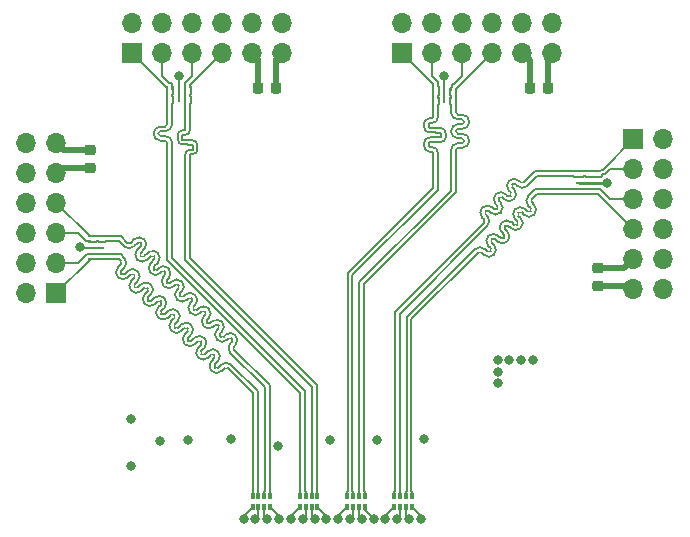
<source format=gbr>
G04 #@! TF.GenerationSoftware,KiCad,Pcbnew,6.0.7-1.fc35*
G04 #@! TF.CreationDate,2022-09-05T19:11:37-05:00*
G04 #@! TF.ProjectId,pmod-adapter,706d6f64-2d61-4646-9170-7465722e6b69,rev?*
G04 #@! TF.SameCoordinates,Original*
G04 #@! TF.FileFunction,Copper,L1,Top*
G04 #@! TF.FilePolarity,Positive*
%FSLAX46Y46*%
G04 Gerber Fmt 4.6, Leading zero omitted, Abs format (unit mm)*
G04 Created by KiCad (PCBNEW 6.0.7-1.fc35) date 2022-09-05 19:11:37*
%MOMM*%
%LPD*%
G01*
G04 APERTURE LIST*
G04 Aperture macros list*
%AMRoundRect*
0 Rectangle with rounded corners*
0 $1 Rounding radius*
0 $2 $3 $4 $5 $6 $7 $8 $9 X,Y pos of 4 corners*
0 Add a 4 corners polygon primitive as box body*
4,1,4,$2,$3,$4,$5,$6,$7,$8,$9,$2,$3,0*
0 Add four circle primitives for the rounded corners*
1,1,$1+$1,$2,$3*
1,1,$1+$1,$4,$5*
1,1,$1+$1,$6,$7*
1,1,$1+$1,$8,$9*
0 Add four rect primitives between the rounded corners*
20,1,$1+$1,$2,$3,$4,$5,0*
20,1,$1+$1,$4,$5,$6,$7,0*
20,1,$1+$1,$6,$7,$8,$9,0*
20,1,$1+$1,$8,$9,$2,$3,0*%
G04 Aperture macros list end*
G04 #@! TA.AperFunction,SMDPad,CuDef*
%ADD10R,0.400000X0.500000*%
G04 #@! TD*
G04 #@! TA.AperFunction,SMDPad,CuDef*
%ADD11R,0.300000X0.500000*%
G04 #@! TD*
G04 #@! TA.AperFunction,SMDPad,CuDef*
%ADD12R,0.200000X0.475000*%
G04 #@! TD*
G04 #@! TA.AperFunction,ComponentPad*
%ADD13R,1.700000X1.700000*%
G04 #@! TD*
G04 #@! TA.AperFunction,ComponentPad*
%ADD14O,1.700000X1.700000*%
G04 #@! TD*
G04 #@! TA.AperFunction,SMDPad,CuDef*
%ADD15R,0.475000X0.200000*%
G04 #@! TD*
G04 #@! TA.AperFunction,SMDPad,CuDef*
%ADD16RoundRect,0.225000X0.225000X0.250000X-0.225000X0.250000X-0.225000X-0.250000X0.225000X-0.250000X0*%
G04 #@! TD*
G04 #@! TA.AperFunction,SMDPad,CuDef*
%ADD17RoundRect,0.225000X-0.250000X0.225000X-0.250000X-0.225000X0.250000X-0.225000X0.250000X0.225000X0*%
G04 #@! TD*
G04 #@! TA.AperFunction,SMDPad,CuDef*
%ADD18RoundRect,0.225000X0.250000X-0.225000X0.250000X0.225000X-0.250000X0.225000X-0.250000X-0.225000X0*%
G04 #@! TD*
G04 #@! TA.AperFunction,ViaPad*
%ADD19C,0.800000*%
G04 #@! TD*
G04 #@! TA.AperFunction,Conductor*
%ADD20C,0.500000*%
G04 #@! TD*
G04 #@! TA.AperFunction,Conductor*
%ADD21C,0.150000*%
G04 #@! TD*
G04 #@! TA.AperFunction,Conductor*
%ADD22C,0.220000*%
G04 #@! TD*
G04 #@! TA.AperFunction,Conductor*
%ADD23C,0.200000*%
G04 #@! TD*
G04 APERTURE END LIST*
D10*
G04 #@! TO.P,RN8,1,R1.1*
G04 #@! TO.N,Net-(J5-Pad61)*
X114750000Y-101500000D03*
D11*
G04 #@! TO.P,RN8,2,R2.1*
G04 #@! TO.N,Net-(J5-Pad59)*
X115250000Y-101500000D03*
G04 #@! TO.P,RN8,3,R3.1*
G04 #@! TO.N,Net-(J5-Pad57)*
X115750000Y-101500000D03*
D10*
G04 #@! TO.P,RN8,4,R4.1*
G04 #@! TO.N,Net-(J5-Pad55)*
X116250000Y-101500000D03*
G04 #@! TO.P,RN8,5,R4.2*
G04 #@! TO.N,/PIN_D26 P*
X116250000Y-100500000D03*
D11*
G04 #@! TO.P,RN8,6,R3.2*
G04 #@! TO.N,/PIN_D26 N*
X115750000Y-100500000D03*
G04 #@! TO.P,RN8,7,R2.2*
G04 #@! TO.N,/PIN_A23 P*
X115250000Y-100500000D03*
D10*
G04 #@! TO.P,RN8,8,R1.2*
G04 #@! TO.N,/PIN_A23 N*
X114750000Y-100500000D03*
G04 #@! TD*
D12*
G04 #@! TO.P,D6,1,K1*
G04 #@! TO.N,/PIN_G25 P*
X109500000Y-66887500D03*
X109500000Y-66112500D03*
G04 #@! TO.P,D6,2,A*
G04 #@! TO.N,GND*
X108500000Y-66112500D03*
G04 #@! TO.P,D6,3,K2*
G04 #@! TO.N,/PIN_G25 N*
X109000000Y-66112500D03*
X109000000Y-66887500D03*
G04 #@! TO.P,D6,4,K3*
G04 #@! TO.N,/PIN_F25 P*
X108000000Y-66887500D03*
X108000000Y-66112500D03*
G04 #@! TO.P,D6,5,A*
G04 #@! TO.N,GND*
X108500000Y-66887500D03*
G04 #@! TO.P,D6,6,K4*
G04 #@! TO.N,/PIN_F25 N*
X107500000Y-66887500D03*
X107500000Y-66112500D03*
G04 #@! TD*
D13*
G04 #@! TO.P,J1,1,Pin_1*
G04 #@! TO.N,/PIN_N19 N*
X147000000Y-70300000D03*
D14*
G04 #@! TO.P,J1,2,Pin_2*
G04 #@! TO.N,/PIN_N19 P*
X147000000Y-72840000D03*
G04 #@! TO.P,J1,3,Pin_3*
G04 #@! TO.N,/PIN_L22 N*
X147000000Y-75380000D03*
G04 #@! TO.P,J1,4,Pin_4*
G04 #@! TO.N,/PIN_L22 P*
X147000000Y-77920000D03*
G04 #@! TO.P,J1,5,Pin_5*
G04 #@! TO.N,GND*
X147000000Y-80460000D03*
G04 #@! TO.P,J1,6,Pin_6*
G04 #@! TO.N,+3.3V*
X147000000Y-83000000D03*
G04 #@! TO.P,J1,7,Pin_7*
G04 #@! TO.N,/PIN_J24 N*
X149540000Y-70300000D03*
G04 #@! TO.P,J1,8,Pin_8*
G04 #@! TO.N,/PIN_J24 P*
X149540000Y-72840000D03*
G04 #@! TO.P,J1,9,Pin_9*
G04 #@! TO.N,/PIN_M24 N*
X149540000Y-75380000D03*
G04 #@! TO.P,J1,10,Pin_10*
G04 #@! TO.N,/PIN_M24 P*
X149540000Y-77920000D03*
G04 #@! TO.P,J1,11,Pin_11*
G04 #@! TO.N,GND*
X149540000Y-80460000D03*
G04 #@! TO.P,J1,12,Pin_12*
G04 #@! TO.N,+3.3V*
X149540000Y-83000000D03*
G04 #@! TD*
D10*
G04 #@! TO.P,RN7,1,R1.1*
G04 #@! TO.N,Net-(J5-Pad51)*
X118750000Y-101500000D03*
D11*
G04 #@! TO.P,RN7,2,R2.1*
G04 #@! TO.N,Net-(J5-Pad49)*
X119250000Y-101500000D03*
G04 #@! TO.P,RN7,3,R3.1*
G04 #@! TO.N,Net-(J5-Pad47)*
X119750000Y-101500000D03*
D10*
G04 #@! TO.P,RN7,4,R4.1*
G04 #@! TO.N,Net-(J5-Pad45)*
X120250000Y-101500000D03*
G04 #@! TO.P,RN7,5,R4.2*
G04 #@! TO.N,/PIN_G25 P*
X120250000Y-100500000D03*
D11*
G04 #@! TO.P,RN7,6,R3.2*
G04 #@! TO.N,/PIN_G25 N*
X119750000Y-100500000D03*
G04 #@! TO.P,RN7,7,R2.2*
G04 #@! TO.N,/PIN_F25 P*
X119250000Y-100500000D03*
D10*
G04 #@! TO.P,RN7,8,R1.2*
G04 #@! TO.N,/PIN_F25 N*
X118750000Y-100500000D03*
G04 #@! TD*
D13*
G04 #@! TO.P,J2,1,Pin_1*
G04 #@! TO.N,/PIN_J26 N*
X127430000Y-63000000D03*
D14*
G04 #@! TO.P,J2,2,Pin_2*
G04 #@! TO.N,/PIN_J26 P*
X129970000Y-63000000D03*
G04 #@! TO.P,J2,3,Pin_3*
G04 #@! TO.N,/PIN_J21 N*
X132510000Y-63000000D03*
G04 #@! TO.P,J2,4,Pin_4*
G04 #@! TO.N,/PIN_J21 P*
X135050000Y-63000000D03*
G04 #@! TO.P,J2,5,Pin_5*
G04 #@! TO.N,GND*
X137590000Y-63000000D03*
G04 #@! TO.P,J2,6,Pin_6*
G04 #@! TO.N,+3.3V*
X140130000Y-63000000D03*
G04 #@! TO.P,J2,7,Pin_7*
G04 #@! TO.N,/PIN_E21 N*
X127430000Y-60460000D03*
G04 #@! TO.P,J2,8,Pin_8*
G04 #@! TO.N,/PIN_E21 P*
X129970000Y-60460000D03*
G04 #@! TO.P,J2,9,Pin_9*
G04 #@! TO.N,/PIN_H21 N*
X132510000Y-60460000D03*
G04 #@! TO.P,J2,10,Pin_10*
G04 #@! TO.N,/PIN_H21 P*
X135050000Y-60460000D03*
G04 #@! TO.P,J2,11,Pin_11*
G04 #@! TO.N,GND*
X137590000Y-60460000D03*
G04 #@! TO.P,J2,12,Pin_12*
G04 #@! TO.N,+3.3V*
X140130000Y-60460000D03*
G04 #@! TD*
D15*
G04 #@! TO.P,D2,1,K1*
G04 #@! TO.N,/PIN_L22 P*
X142356251Y-75000000D03*
X143131251Y-75000000D03*
G04 #@! TO.P,D2,2,A*
G04 #@! TO.N,GND*
X143131251Y-74000000D03*
G04 #@! TO.P,D2,3,K2*
G04 #@! TO.N,/PIN_L22 N*
X143131251Y-74500000D03*
X142356251Y-74500000D03*
G04 #@! TO.P,D2,4,K3*
G04 #@! TO.N,/PIN_N19 P*
X142356251Y-73500000D03*
X143131251Y-73500000D03*
G04 #@! TO.P,D2,5,A*
G04 #@! TO.N,GND*
X142356251Y-74000000D03*
G04 #@! TO.P,D2,6,K4*
G04 #@! TO.N,/PIN_N19 N*
X143131251Y-73000000D03*
X142356251Y-73000000D03*
G04 #@! TD*
D13*
G04 #@! TO.P,J3,1,Pin_1*
G04 #@! TO.N,/PIN_F25 N*
X104570000Y-63000000D03*
D14*
G04 #@! TO.P,J3,2,Pin_2*
G04 #@! TO.N,/PIN_F25 P*
X107110000Y-63000000D03*
G04 #@! TO.P,J3,3,Pin_3*
G04 #@! TO.N,/PIN_G25 N*
X109650000Y-63000000D03*
G04 #@! TO.P,J3,4,Pin_4*
G04 #@! TO.N,/PIN_G25 P*
X112190000Y-63000000D03*
G04 #@! TO.P,J3,5,Pin_5*
G04 #@! TO.N,GND*
X114730000Y-63000000D03*
G04 #@! TO.P,J3,6,Pin_6*
G04 #@! TO.N,+3.3V*
X117270000Y-63000000D03*
G04 #@! TO.P,J3,7,Pin_7*
G04 #@! TO.N,/PIN_E25 N*
X104570000Y-60460000D03*
G04 #@! TO.P,J3,8,Pin_8*
G04 #@! TO.N,/PIN_E25 P*
X107110000Y-60460000D03*
G04 #@! TO.P,J3,9,Pin_9*
G04 #@! TO.N,/PIN_G22 N*
X109650000Y-60460000D03*
G04 #@! TO.P,J3,10,Pin_10*
G04 #@! TO.N,/PIN_G22 P*
X112190000Y-60460000D03*
G04 #@! TO.P,J3,11,Pin_11*
G04 #@! TO.N,GND*
X114730000Y-60460000D03*
G04 #@! TO.P,J3,12,Pin_12*
G04 #@! TO.N,+3.3V*
X117270000Y-60460000D03*
G04 #@! TD*
D16*
G04 #@! TO.P,C3,1*
G04 #@! TO.N,+3.3V*
X116775000Y-66000000D03*
G04 #@! TO.P,C3,2*
G04 #@! TO.N,GND*
X115225000Y-66000000D03*
G04 #@! TD*
G04 #@! TO.P,C2,1*
G04 #@! TO.N,+3.3V*
X139775000Y-66000000D03*
G04 #@! TO.P,C2,2*
G04 #@! TO.N,GND*
X138225000Y-66000000D03*
G04 #@! TD*
D17*
G04 #@! TO.P,C4,1*
G04 #@! TO.N,+3.3V*
X101000000Y-71225000D03*
G04 #@! TO.P,C4,2*
G04 #@! TO.N,GND*
X101000000Y-72775000D03*
G04 #@! TD*
D13*
G04 #@! TO.P,J4,1,Pin_1*
G04 #@! TO.N,/PIN_A23 N*
X98150000Y-83350000D03*
D14*
G04 #@! TO.P,J4,2,Pin_2*
G04 #@! TO.N,/PIN_A23 P*
X98150000Y-80810000D03*
G04 #@! TO.P,J4,3,Pin_3*
G04 #@! TO.N,/PIN_D26 N*
X98150000Y-78270000D03*
G04 #@! TO.P,J4,4,Pin_4*
G04 #@! TO.N,/PIN_D26 P*
X98150000Y-75730000D03*
G04 #@! TO.P,J4,5,Pin_5*
G04 #@! TO.N,GND*
X98150000Y-73190000D03*
G04 #@! TO.P,J4,6,Pin_6*
G04 #@! TO.N,+3.3V*
X98150000Y-70650000D03*
G04 #@! TO.P,J4,7,Pin_7*
G04 #@! TO.N,/PIN_F22 N*
X95610000Y-83350000D03*
G04 #@! TO.P,J4,8,Pin_8*
G04 #@! TO.N,/PIN_F22 P*
X95610000Y-80810000D03*
G04 #@! TO.P,J4,9,Pin_9*
G04 #@! TO.N,/PIN_D23 N*
X95610000Y-78270000D03*
G04 #@! TO.P,J4,10,Pin_10*
G04 #@! TO.N,/PIN_D23 P*
X95610000Y-75730000D03*
G04 #@! TO.P,J4,11,Pin_11*
G04 #@! TO.N,GND*
X95610000Y-73190000D03*
G04 #@! TO.P,J4,12,Pin_12*
G04 #@! TO.N,+3.3V*
X95610000Y-70650000D03*
G04 #@! TD*
D12*
G04 #@! TO.P,D4,1,K1*
G04 #@! TO.N,/PIN_J21 P*
X132000000Y-66225000D03*
X132000000Y-67000000D03*
G04 #@! TO.P,D4,2,A*
G04 #@! TO.N,GND*
X131000000Y-66225000D03*
G04 #@! TO.P,D4,3,K2*
G04 #@! TO.N,/PIN_J21 N*
X131500000Y-67000000D03*
X131500000Y-66225000D03*
G04 #@! TO.P,D4,4,K3*
G04 #@! TO.N,/PIN_J26 P*
X130500000Y-67000000D03*
X130500000Y-66225000D03*
G04 #@! TO.P,D4,5,A*
G04 #@! TO.N,GND*
X131000000Y-67000000D03*
G04 #@! TO.P,D4,6,K4*
G04 #@! TO.N,/PIN_J26 N*
X130000000Y-66225000D03*
X130000000Y-67000000D03*
G04 #@! TD*
D10*
G04 #@! TO.P,RN6,1,R1.1*
G04 #@! TO.N,Net-(J5-Pad41)*
X122750000Y-101500000D03*
D11*
G04 #@! TO.P,RN6,2,R2.1*
G04 #@! TO.N,Net-(J5-Pad39)*
X123250000Y-101500000D03*
G04 #@! TO.P,RN6,3,R3.1*
G04 #@! TO.N,Net-(J5-Pad37)*
X123750000Y-101500000D03*
D10*
G04 #@! TO.P,RN6,4,R4.1*
G04 #@! TO.N,Net-(J5-Pad35)*
X124250000Y-101500000D03*
G04 #@! TO.P,RN6,5,R4.2*
G04 #@! TO.N,/PIN_J21 P*
X124250000Y-100500000D03*
D11*
G04 #@! TO.P,RN6,6,R3.2*
G04 #@! TO.N,/PIN_J21 N*
X123750000Y-100500000D03*
G04 #@! TO.P,RN6,7,R2.2*
G04 #@! TO.N,/PIN_J26 P*
X123250000Y-100500000D03*
D10*
G04 #@! TO.P,RN6,8,R1.2*
G04 #@! TO.N,/PIN_J26 N*
X122750000Y-100500000D03*
G04 #@! TD*
D18*
G04 #@! TO.P,C1,1*
G04 #@! TO.N,+3.3V*
X144000000Y-82775000D03*
G04 #@! TO.P,C1,2*
G04 #@! TO.N,GND*
X144000000Y-81225000D03*
G04 #@! TD*
D10*
G04 #@! TO.P,RN5,1,R1.1*
G04 #@! TO.N,Net-(J5-Pad31)*
X126750000Y-101500000D03*
D11*
G04 #@! TO.P,RN5,2,R2.1*
G04 #@! TO.N,Net-(J5-Pad29)*
X127250000Y-101500000D03*
G04 #@! TO.P,RN5,3,R3.1*
G04 #@! TO.N,Net-(J5-Pad27)*
X127750000Y-101500000D03*
D10*
G04 #@! TO.P,RN5,4,R4.1*
G04 #@! TO.N,Net-(J5-Pad25)*
X128250000Y-101500000D03*
G04 #@! TO.P,RN5,5,R4.2*
G04 #@! TO.N,/PIN_L22 P*
X128250000Y-100500000D03*
D11*
G04 #@! TO.P,RN5,6,R3.2*
G04 #@! TO.N,/PIN_L22 N*
X127750000Y-100500000D03*
G04 #@! TO.P,RN5,7,R2.2*
G04 #@! TO.N,/PIN_N19 P*
X127250000Y-100500000D03*
D10*
G04 #@! TO.P,RN5,8,R1.2*
G04 #@! TO.N,/PIN_N19 N*
X126750000Y-100500000D03*
G04 #@! TD*
D15*
G04 #@! TO.P,D8,1,K1*
G04 #@! TO.N,/PIN_D26 P*
X101112500Y-78500000D03*
X101887500Y-78500000D03*
G04 #@! TO.P,D8,2,A*
G04 #@! TO.N,GND*
X101112500Y-79500000D03*
G04 #@! TO.P,D8,3,K2*
G04 #@! TO.N,/PIN_D26 N*
X101112500Y-79000000D03*
X101887500Y-79000000D03*
G04 #@! TO.P,D8,4,K3*
G04 #@! TO.N,/PIN_A23 P*
X101112500Y-80000000D03*
X101887500Y-80000000D03*
G04 #@! TO.P,D8,5,A*
G04 #@! TO.N,GND*
X101887500Y-79500000D03*
G04 #@! TO.P,D8,6,K4*
G04 #@! TO.N,/PIN_A23 N*
X101887500Y-80500000D03*
X101112500Y-80500000D03*
G04 #@! TD*
D19*
G04 #@! TO.N,GND*
X137500000Y-89000000D03*
X100126928Y-79472519D03*
X136500000Y-89000000D03*
X135500000Y-91000000D03*
X129300000Y-95700000D03*
X125300000Y-95800000D03*
X135500000Y-89000000D03*
X104500000Y-94000000D03*
X138500000Y-89000000D03*
X121300000Y-95800000D03*
X109300000Y-95800000D03*
X108500000Y-65000000D03*
X106900000Y-95900000D03*
X116924500Y-96276944D03*
X131000000Y-65000000D03*
X135500000Y-90000000D03*
X144750000Y-74000000D03*
X112960806Y-95664694D03*
X104500000Y-98000000D03*
G04 #@! TO.N,Net-(J5-Pad61)*
X114000000Y-102500000D03*
G04 #@! TO.N,Net-(J5-Pad59)*
X115000000Y-102500000D03*
G04 #@! TO.N,Net-(J5-Pad57)*
X116000000Y-102500000D03*
G04 #@! TO.N,Net-(J5-Pad55)*
X117000000Y-102500000D03*
G04 #@! TO.N,Net-(J5-Pad51)*
X118000000Y-102500000D03*
G04 #@! TO.N,Net-(J5-Pad49)*
X119000000Y-102500000D03*
G04 #@! TO.N,Net-(J5-Pad47)*
X120000000Y-102500000D03*
G04 #@! TO.N,Net-(J5-Pad45)*
X121000000Y-102500000D03*
G04 #@! TO.N,Net-(J5-Pad41)*
X122000000Y-102500000D03*
G04 #@! TO.N,Net-(J5-Pad39)*
X123000000Y-102500000D03*
G04 #@! TO.N,Net-(J5-Pad37)*
X123999317Y-102519245D03*
G04 #@! TO.N,Net-(J5-Pad35)*
X124998289Y-102486691D03*
G04 #@! TO.N,Net-(J5-Pad31)*
X126000000Y-102500000D03*
G04 #@! TO.N,Net-(J5-Pad29)*
X127000000Y-102500000D03*
G04 #@! TO.N,Net-(J5-Pad27)*
X128000000Y-102500000D03*
G04 #@! TO.N,Net-(J5-Pad25)*
X129000000Y-102500000D03*
G04 #@! TD*
D20*
G04 #@! TO.N,+3.3V*
X139775000Y-63355000D02*
X140130000Y-63000000D01*
X116775000Y-66000000D02*
X116775000Y-63495000D01*
X98725000Y-71225000D02*
X98150000Y-70650000D01*
X101000000Y-71225000D02*
X98725000Y-71225000D01*
X146775000Y-82775000D02*
X147000000Y-83000000D01*
X139775000Y-66000000D02*
X139775000Y-63355000D01*
X116775000Y-63495000D02*
X117270000Y-63000000D01*
X144000000Y-82775000D02*
X146775000Y-82775000D01*
G04 #@! TO.N,GND*
X101000000Y-72775000D02*
X98565000Y-72775000D01*
D21*
X101112500Y-79500000D02*
X100154409Y-79500000D01*
D20*
X138225000Y-63635000D02*
X137590000Y-63000000D01*
D21*
X101112500Y-79500000D02*
X101887500Y-79500000D01*
D20*
X98565000Y-72775000D02*
X98150000Y-73190000D01*
D21*
X108500000Y-66112500D02*
X108500000Y-65000000D01*
D22*
X142356251Y-74000000D02*
X143131251Y-74000000D01*
D21*
X100154409Y-79500000D02*
X100126928Y-79472519D01*
D20*
X138225000Y-66000000D02*
X138225000Y-63635000D01*
X115225000Y-63495000D02*
X114730000Y-63000000D01*
D21*
X131000000Y-66225000D02*
X131000000Y-65000000D01*
D20*
X144000000Y-81225000D02*
X146235000Y-81225000D01*
D21*
X131000000Y-67000000D02*
X131000000Y-66225000D01*
D22*
X143131251Y-74000000D02*
X144750000Y-74000000D01*
D20*
X115225000Y-66000000D02*
X115225000Y-63495000D01*
D21*
X108500000Y-66887500D02*
X108500000Y-66112500D01*
D20*
X146235000Y-81225000D02*
X147000000Y-80460000D01*
D23*
G04 #@! TO.N,/PIN_N19 P*
X135620696Y-75256370D02*
X135620697Y-75256369D01*
X144565186Y-73300500D02*
X145025686Y-72840000D01*
X136747848Y-74407841D02*
X136747847Y-74407840D01*
X134909371Y-76529163D02*
X134767948Y-76387740D01*
X136747847Y-74407840D02*
X136889269Y-74549262D01*
X134622308Y-77660534D02*
X127200000Y-85082844D01*
X143131251Y-73500000D02*
X142993751Y-73500000D01*
X127250000Y-100124999D02*
X127250000Y-100500000D01*
X127200000Y-85082844D02*
X127200000Y-100074999D01*
X135620697Y-75256369D02*
X135616476Y-75260589D01*
X136040742Y-75397792D02*
X135899319Y-75256369D01*
X134489325Y-76387741D02*
X134489326Y-76387740D01*
X134485106Y-76670583D02*
X134485105Y-76670582D01*
X136752067Y-74124999D02*
X136752068Y-74124998D01*
X135757898Y-76524941D02*
X135753679Y-76529163D01*
X145025686Y-72840000D02*
X147000000Y-72840000D01*
X142000000Y-73500000D02*
X141950000Y-73450000D01*
X137172113Y-74266421D02*
X137030690Y-74124998D01*
X134489326Y-76387740D02*
X134485105Y-76391960D01*
X136752068Y-74124998D02*
X136747847Y-74129218D01*
X142993751Y-73500000D02*
X142943751Y-73450000D01*
X136889269Y-75393570D02*
X136885050Y-75397792D01*
X142356251Y-73500000D02*
X142000000Y-73500000D01*
X135616477Y-75539212D02*
X135616476Y-75539211D01*
X142762502Y-73450000D02*
X142712502Y-73500000D01*
X134485105Y-76670582D02*
X134626527Y-76812004D01*
X143131251Y-73500000D02*
X144260757Y-73500000D01*
X144460257Y-73300500D02*
X144565186Y-73300500D01*
X142943751Y-73450000D02*
X142762502Y-73450000D01*
X144260757Y-73500000D02*
X144460257Y-73300500D01*
X138832844Y-73450000D02*
X138016421Y-74266421D01*
X135616476Y-75539211D02*
X135757898Y-75680633D01*
X142712502Y-73500000D02*
X142356251Y-73500000D01*
X127200000Y-100074999D02*
X127250000Y-100124999D01*
X134626527Y-77656312D02*
X134622308Y-77660534D01*
X141950000Y-73450000D02*
X138832844Y-73450000D01*
X135616477Y-75539212D02*
G75*
G02*
X135616476Y-75260589I139323J139312D01*
G01*
X136040743Y-75397791D02*
G75*
G03*
X136885049Y-75397791I422153J422153D01*
G01*
X137172114Y-74266420D02*
G75*
G03*
X138016420Y-74266420I422153J422153D01*
G01*
X134626569Y-77656354D02*
G75*
G03*
X134626527Y-76812004I-422169J422154D01*
G01*
X136747877Y-74407812D02*
G75*
G02*
X136747847Y-74129218I139323J139312D01*
G01*
X136889253Y-75393554D02*
G75*
G03*
X136889269Y-74549262I-422153J422154D01*
G01*
X135757911Y-76524954D02*
G75*
G03*
X135757898Y-75680633I-422211J422154D01*
G01*
X136752088Y-74125020D02*
G75*
G02*
X137030690Y-74124998I139312J-139280D01*
G01*
X135620688Y-75256362D02*
G75*
G02*
X135899319Y-75256369I139312J-139338D01*
G01*
X134909372Y-76529162D02*
G75*
G03*
X135753678Y-76529162I422153J422153D01*
G01*
X134485077Y-76670612D02*
G75*
G02*
X134485105Y-76391960I139323J139312D01*
G01*
X134489288Y-76387704D02*
G75*
G02*
X134767948Y-76387740I139312J-139396D01*
G01*
G04 #@! TO.N,/PIN_L22 N*
X134714468Y-78502692D02*
X134714466Y-78502692D01*
X136037209Y-78694065D02*
X136037210Y-78694064D01*
X143131251Y-74500000D02*
X143487502Y-74500000D01*
X142712502Y-74500000D02*
X142356251Y-74500000D01*
X138667156Y-74550000D02*
X138108579Y-75108579D01*
X135754368Y-78694064D02*
X135562996Y-78502692D01*
X142993751Y-74500000D02*
X142943751Y-74550000D01*
X136977210Y-76239950D02*
X136977208Y-76239950D01*
X127800000Y-100074999D02*
X127750000Y-100124999D01*
X127750000Y-100124999D02*
X127750000Y-100500000D01*
X127800000Y-85417156D02*
X127800000Y-100074999D01*
X138017110Y-76431322D02*
X137825738Y-76239950D01*
X134622997Y-79825435D02*
X134431625Y-79634063D01*
X135845839Y-77371321D02*
X135845837Y-77371321D01*
X136885739Y-77562693D02*
X136694367Y-77371321D01*
X136977208Y-77088478D02*
X137168581Y-77279851D01*
X137168580Y-77562694D02*
X137168581Y-77562693D01*
X141950000Y-74550000D02*
X138667156Y-74550000D01*
X144195686Y-74550000D02*
X145025686Y-75380000D01*
X143131251Y-74500000D02*
X142993751Y-74500000D01*
X145025686Y-75380000D02*
X147000000Y-75380000D01*
X138299951Y-76431323D02*
X138299952Y-76431322D01*
X134714466Y-79351220D02*
X134905839Y-79542593D01*
X135845837Y-78219849D02*
X136037210Y-78411222D01*
X143487502Y-74500000D02*
X143537502Y-74550000D01*
X138108579Y-75957107D02*
X138299952Y-76148480D01*
X142943751Y-74550000D02*
X142762502Y-74550000D01*
X133583097Y-79634063D02*
X133583095Y-79634063D01*
X133583095Y-79634063D02*
X127800000Y-85417156D01*
X142000000Y-74500000D02*
X141950000Y-74550000D01*
X143537502Y-74550000D02*
X144195686Y-74550000D01*
X142762502Y-74550000D02*
X142712502Y-74500000D01*
X134905838Y-79825436D02*
X134905839Y-79825435D01*
X142356251Y-74500000D02*
X142000000Y-74500000D01*
X135754368Y-78694064D02*
G75*
G03*
X136037210Y-78694064I141421J141419D01*
G01*
X136037166Y-78694022D02*
G75*
G03*
X136037210Y-78411222I-141366J141422D01*
G01*
X133583098Y-79634064D02*
G75*
G02*
X134431624Y-79634064I424263J-424263D01*
G01*
X138017110Y-76431322D02*
G75*
G03*
X138299952Y-76431322I141421J141419D01*
G01*
X138299949Y-76431321D02*
G75*
G03*
X138299951Y-76148481I-141449J141421D01*
G01*
X134714423Y-79351263D02*
G75*
G02*
X134714467Y-78502693I424277J424263D01*
G01*
X138108622Y-75957064D02*
G75*
G02*
X138108579Y-75108579I424178J424264D01*
G01*
X134622997Y-79825435D02*
G75*
G03*
X134905839Y-79825435I141421J141419D01*
G01*
X134714469Y-78502693D02*
G75*
G02*
X135562995Y-78502693I424263J-424263D01*
G01*
X135845840Y-77371322D02*
G75*
G02*
X136694366Y-77371322I424263J-424263D01*
G01*
X136977211Y-76239951D02*
G75*
G02*
X137825737Y-76239951I424263J-424263D01*
G01*
X136977223Y-77088463D02*
G75*
G02*
X136977209Y-76239951I424277J424263D01*
G01*
X134905824Y-79825422D02*
G75*
G03*
X134905839Y-79542593I-141424J141422D01*
G01*
X137168608Y-77562722D02*
G75*
G03*
X137168581Y-77279851I-141408J141422D01*
G01*
X136885739Y-77562693D02*
G75*
G03*
X137168581Y-77562693I141421J141419D01*
G01*
X135845823Y-78219863D02*
G75*
G02*
X135845838Y-77371322I424277J424263D01*
G01*
G04 #@! TO.N,/PIN_G25 P*
X109450000Y-65925000D02*
X109450000Y-65740000D01*
X120200000Y-100074999D02*
X120250000Y-100124999D01*
X109450000Y-67293751D02*
X109450000Y-69550000D01*
X108832863Y-70367137D02*
X109032863Y-70367137D01*
X109450000Y-66700000D02*
X109450000Y-66518751D01*
X109450000Y-72116003D02*
X109450000Y-80417156D01*
X109250000Y-70367137D02*
X109250000Y-70400000D01*
X109032863Y-70367137D02*
X109250000Y-70367137D01*
X109450000Y-66518751D02*
X109500000Y-66468751D01*
X109500000Y-66887500D02*
X109500000Y-66750000D01*
X109450000Y-80417156D02*
X120200000Y-91167156D01*
X109450000Y-71617137D02*
X109450000Y-72116003D01*
X120250000Y-100124999D02*
X120250000Y-100500000D01*
X109032863Y-69967137D02*
X108832863Y-69967137D01*
X109500000Y-66887500D02*
X109500000Y-67243751D01*
X109500000Y-66750000D02*
X109450000Y-66700000D01*
X109500000Y-66112500D02*
X109500000Y-65975000D01*
X120200000Y-91167156D02*
X120200000Y-100074999D01*
X109500000Y-67243751D02*
X109450000Y-67293751D01*
X108815726Y-69984274D02*
X108815726Y-70350000D01*
X109500000Y-66468751D02*
X109500000Y-66112500D01*
X109500000Y-65975000D02*
X109450000Y-65925000D01*
X109667137Y-71600000D02*
X109467137Y-71600000D01*
X110084274Y-70817137D02*
X110084274Y-71182863D01*
X109250000Y-70400000D02*
X109667137Y-70400000D01*
X109450000Y-65740000D02*
X112190000Y-63000000D01*
X110084200Y-70817137D02*
G75*
G03*
X109667137Y-70400000I-417100J37D01*
G01*
X108815737Y-69984274D02*
G75*
G02*
X108832863Y-69967137I17163J-26D01*
G01*
X109667137Y-71600074D02*
G75*
G03*
X110084274Y-71182863I-37J417174D01*
G01*
X109450000Y-71617137D02*
G75*
G02*
X109467137Y-71600000I17100J37D01*
G01*
X108832863Y-70367174D02*
G75*
G02*
X108815726Y-70350000I37J17174D01*
G01*
X109032863Y-69967100D02*
G75*
G03*
X109450000Y-69550000I37J417100D01*
G01*
G04 #@! TO.N,/PIN_A23 P*
X107033843Y-85135747D02*
X107033842Y-85135747D01*
X105902473Y-84004377D02*
X105902472Y-84004377D01*
X107285530Y-83752688D02*
X107285532Y-83752689D01*
X108165213Y-86267117D02*
X108165212Y-86267117D01*
X108448054Y-86267117D02*
X108699742Y-86015428D01*
X111842164Y-89661227D02*
X112093852Y-89409538D01*
X107316684Y-85135747D02*
X107568372Y-84884058D01*
X111811011Y-89126696D02*
X111559322Y-89378384D01*
X100746102Y-80050000D02*
X99986102Y-80810000D01*
X103639733Y-81741637D02*
X103639732Y-81741637D01*
X106185315Y-84004376D02*
X106185314Y-84004377D01*
X109548272Y-86015429D02*
X109548271Y-86015428D01*
X104771103Y-82873007D02*
X104771102Y-82873007D01*
X105053944Y-82873007D02*
X105305632Y-82621318D01*
X109579424Y-87398487D02*
X109831112Y-87146798D01*
X101062500Y-80050000D02*
X100746102Y-80050000D01*
X110679640Y-87146798D02*
X110679642Y-87146799D01*
X110427953Y-88529857D02*
X110427952Y-88529857D01*
X102243751Y-80000000D02*
X102293751Y-80050000D01*
X111811012Y-88278169D02*
X111811011Y-88278168D01*
X109548270Y-86015428D02*
X109548272Y-86015429D01*
X101468751Y-80000000D02*
X101112500Y-80000000D01*
X103891421Y-81207106D02*
X103639732Y-81458794D01*
X108416900Y-84884058D02*
X108416902Y-84884059D01*
X115200000Y-100074999D02*
X115250000Y-100124999D01*
X101887500Y-80000000D02*
X101750000Y-80000000D01*
X110710794Y-88529857D02*
X110962482Y-88278168D01*
X106154160Y-82621318D02*
X106154162Y-82621319D01*
X109548271Y-86863956D02*
X109296582Y-87115644D01*
X101750000Y-80000000D02*
X101700000Y-80050000D01*
X108448055Y-86267116D02*
X108448054Y-86267117D01*
X101887500Y-80000000D02*
X102243751Y-80000000D01*
X111811010Y-88278168D02*
X111811012Y-88278169D01*
X103582844Y-80050000D02*
X103891421Y-80358578D01*
X105022792Y-81489949D02*
X105022791Y-81489948D01*
X101518751Y-80050000D02*
X101468751Y-80000000D01*
X109579425Y-87398486D02*
X109579424Y-87398487D01*
X115250000Y-100124999D02*
X115250000Y-100500000D01*
X108416901Y-85732586D02*
X108165212Y-85984274D01*
X106185314Y-84004377D02*
X106437002Y-83752688D01*
X111559323Y-89661227D02*
X111559322Y-89661227D01*
X105053945Y-82873006D02*
X105053944Y-82873007D01*
X110679641Y-87995326D02*
X110427952Y-88247014D01*
X101700000Y-80050000D02*
X101518751Y-80050000D01*
X99986102Y-80810000D02*
X98150000Y-80810000D01*
X109296583Y-87398487D02*
X109296582Y-87398487D01*
X103922575Y-81741636D02*
X103922574Y-81741637D01*
X108416902Y-84884059D02*
X108416901Y-84884058D01*
X115200000Y-91667156D02*
X115200000Y-100074999D01*
X106154161Y-83469846D02*
X105902472Y-83721534D01*
X101112500Y-80000000D02*
X101062500Y-80050000D01*
X105022790Y-81489948D02*
X105022792Y-81489949D01*
X112942380Y-89409538D02*
X112942382Y-89409539D01*
X106154162Y-82621319D02*
X106154161Y-82621318D01*
X102293751Y-80050000D02*
X103582844Y-80050000D01*
X110679642Y-87146799D02*
X110679641Y-87146798D01*
X112942382Y-89409539D02*
X115200000Y-91667156D01*
X107316685Y-85135746D02*
X107316684Y-85135747D01*
X110710795Y-88529856D02*
X110710794Y-88529857D01*
X103922574Y-81741637D02*
X104174262Y-81489948D01*
X107285532Y-83752689D02*
X107285531Y-83752688D01*
X111842165Y-89661226D02*
X111842164Y-89661227D01*
X105022791Y-82338476D02*
X104771102Y-82590164D01*
X107285531Y-84601216D02*
X107033842Y-84852904D01*
X107285579Y-84601264D02*
G75*
G03*
X107285531Y-83752688I-424279J424264D01*
G01*
X105053922Y-82872983D02*
G75*
G02*
X104771102Y-82873007I-141422J141383D01*
G01*
X105022789Y-81489949D02*
G75*
G03*
X104174263Y-81489949I-424263J-424263D01*
G01*
X108416899Y-84884059D02*
G75*
G03*
X107568373Y-84884059I-424263J-424263D01*
G01*
X108165208Y-86267122D02*
G75*
G02*
X108165212Y-85984274I141392J141422D01*
G01*
X110679679Y-87995364D02*
G75*
G03*
X110679641Y-87146798I-424279J424264D01*
G01*
X109548269Y-86015429D02*
G75*
G03*
X108699743Y-86015429I-424263J-424263D01*
G01*
X109548279Y-86863964D02*
G75*
G03*
X109548271Y-86015428I-424279J424264D01*
G01*
X107316722Y-85135783D02*
G75*
G02*
X107033842Y-85135747I-141422J141483D01*
G01*
X105022779Y-82338464D02*
G75*
G03*
X105022791Y-81489948I-424279J424264D01*
G01*
X110679639Y-87146799D02*
G75*
G03*
X109831113Y-87146799I-424263J-424263D01*
G01*
X103639748Y-81741622D02*
G75*
G02*
X103639732Y-81458794I141452J141422D01*
G01*
X109296548Y-87398522D02*
G75*
G02*
X109296582Y-87115644I141452J141422D01*
G01*
X111559328Y-89661222D02*
G75*
G02*
X111559322Y-89378384I141372J141422D01*
G01*
X107285529Y-83752689D02*
G75*
G03*
X106437003Y-83752689I-424263J-424263D01*
G01*
X112942379Y-89409539D02*
G75*
G03*
X112093853Y-89409539I-424263J-424263D01*
G01*
X108448022Y-86267083D02*
G75*
G02*
X108165212Y-86267117I-141422J141383D01*
G01*
X111810979Y-89126664D02*
G75*
G03*
X111811011Y-88278168I-424279J424264D01*
G01*
X111842122Y-89661183D02*
G75*
G02*
X111559322Y-89661227I-141422J141383D01*
G01*
X106154179Y-83469864D02*
G75*
G03*
X106154161Y-82621318I-424279J424264D01*
G01*
X110427989Y-88529821D02*
G75*
G02*
X110427953Y-88247015I141411J141421D01*
G01*
X104771089Y-82873021D02*
G75*
G02*
X104771103Y-82590165I141411J141421D01*
G01*
X103922622Y-81741683D02*
G75*
G02*
X103639732Y-81741637I-141422J141483D01*
G01*
X111811009Y-88278169D02*
G75*
G03*
X110962483Y-88278169I-424263J-424263D01*
G01*
X107033869Y-85135721D02*
G75*
G02*
X107033843Y-84852905I141431J141421D01*
G01*
X106154159Y-82621319D02*
G75*
G03*
X105305633Y-82621319I-424263J-424263D01*
G01*
X108416879Y-85732564D02*
G75*
G03*
X108416901Y-84884058I-424279J424264D01*
G01*
X103891378Y-81207063D02*
G75*
G03*
X103891420Y-80358579I-424178J424263D01*
G01*
X110710822Y-88529883D02*
G75*
G02*
X110427952Y-88529857I-141422J141483D01*
G01*
X105902428Y-84004422D02*
G75*
G02*
X105902472Y-83721534I141472J141422D01*
G01*
X106185322Y-84004383D02*
G75*
G02*
X105902472Y-84004377I-141422J141383D01*
G01*
X109579422Y-87398483D02*
G75*
G02*
X109296582Y-87398487I-141422J141383D01*
G01*
G04 #@! TO.N,/PIN_N19 N*
X144294778Y-72900999D02*
X144399001Y-72900999D01*
X136323584Y-75114949D02*
X136182161Y-74973526D01*
X135192214Y-76246320D02*
X135192213Y-76246320D01*
X135333632Y-75822054D02*
X135475054Y-75963476D01*
X141950000Y-73050000D02*
X138667156Y-73050000D01*
X137454956Y-73983578D02*
X137454955Y-73983578D01*
X134202262Y-76953426D02*
X134202261Y-76953425D01*
X134202261Y-76953425D02*
X134343683Y-77094847D01*
X142762502Y-73050000D02*
X142712502Y-73000000D01*
X135337853Y-74973526D02*
X135333632Y-74977746D01*
X142993751Y-73000000D02*
X142943751Y-73050000D01*
X137454955Y-73983578D02*
X137313532Y-73842155D01*
X144399001Y-72900999D02*
X147000000Y-70300000D01*
X142712502Y-73000000D02*
X142356251Y-73000000D01*
X135333633Y-75822055D02*
X135333632Y-75822054D01*
X136606425Y-75110727D02*
X136602207Y-75114949D01*
X142943751Y-73050000D02*
X142762502Y-73050000D01*
X135475054Y-76242098D02*
X135470836Y-76246320D01*
X136606424Y-75110728D02*
X136606425Y-75110727D01*
X136323585Y-75114949D02*
X136323584Y-75114949D01*
X143131251Y-73000000D02*
X144195777Y-73000000D01*
X136469224Y-73842155D02*
X136465003Y-73846375D01*
X134339465Y-77377691D02*
X126800000Y-84917156D01*
X126800000Y-84917156D02*
X126800000Y-100074999D01*
X134206482Y-76104897D02*
X134202261Y-76109117D01*
X142000000Y-73000000D02*
X141950000Y-73050000D01*
X135192213Y-76246320D02*
X135050790Y-76104897D01*
X142356251Y-73000000D02*
X142000000Y-73000000D01*
X138667156Y-73050000D02*
X137733578Y-73983578D01*
X126750000Y-100124999D02*
X126750000Y-100500000D01*
X134343682Y-77373470D02*
X134343683Y-77373469D01*
X144195777Y-73000000D02*
X144294778Y-72900999D01*
X134343683Y-77373469D02*
X134339465Y-77377691D01*
X143131251Y-73000000D02*
X142993751Y-73000000D01*
X135475053Y-76242099D02*
X135475054Y-76242098D01*
X126800000Y-100074999D02*
X126750000Y-100124999D01*
X136465003Y-74690683D02*
X136606425Y-74832105D01*
X136465004Y-74690684D02*
X136465003Y-74690683D01*
X135475066Y-76242112D02*
G75*
G03*
X135475054Y-75963476I-139366J139312D01*
G01*
X135337854Y-74973527D02*
G75*
G02*
X136182160Y-74973527I422153J-422153D01*
G01*
X134206483Y-76104898D02*
G75*
G02*
X135050789Y-76104898I422153J-422153D01*
G01*
X136465034Y-74690654D02*
G75*
G02*
X136465004Y-73846376I422166J422154D01*
G01*
X134202234Y-76953454D02*
G75*
G02*
X134202262Y-76109118I422166J422154D01*
G01*
X134343724Y-77373512D02*
G75*
G03*
X134343683Y-77094847I-139324J139312D01*
G01*
X136606408Y-75110712D02*
G75*
G03*
X136606425Y-74832105I-139308J139312D01*
G01*
X135333634Y-75822054D02*
G75*
G02*
X135333633Y-74977747I422166J422154D01*
G01*
X137454956Y-73983578D02*
G75*
G03*
X137733578Y-73983578I139311J139309D01*
G01*
X136469225Y-73842156D02*
G75*
G02*
X137313531Y-73842156I422153J-422153D01*
G01*
X136323585Y-75114949D02*
G75*
G03*
X136602207Y-75114949I139311J139309D01*
G01*
X135192214Y-76246320D02*
G75*
G03*
X135470836Y-76246320I139311J139309D01*
G01*
G04 #@! TO.N,/PIN_D26 P*
X104424264Y-79108578D02*
X104739082Y-78793761D01*
X106404162Y-81371318D02*
X106404163Y-81371320D01*
X106718980Y-80773661D02*
X106718981Y-80773660D01*
X105587610Y-79642289D02*
X105272791Y-79957105D01*
X112163703Y-86603910D02*
X112022279Y-86745331D01*
X110890908Y-85858066D02*
X110929648Y-85896805D01*
X105272792Y-80239949D02*
X105272791Y-80239948D01*
X109798277Y-84765434D02*
X109798275Y-84765432D01*
X108911012Y-83634063D02*
X109052433Y-83492639D01*
X112305125Y-87028176D02*
X112446546Y-86886752D01*
X101112500Y-78500000D02*
X101062500Y-78550000D01*
X108628166Y-83595324D02*
X108666906Y-83634063D01*
X113295074Y-87735281D02*
X113153650Y-87876702D01*
X113256337Y-86886753D02*
X113256338Y-86886753D01*
X109900962Y-84341167D02*
X109900961Y-84341168D01*
X112124967Y-85755382D02*
X112163703Y-85794118D01*
X102293751Y-78550000D02*
X103582844Y-78550000D01*
X106648270Y-81371321D02*
X106789691Y-81229897D01*
X101887500Y-78500000D02*
X102243751Y-78500000D01*
X109862224Y-83492640D02*
X109862225Y-83492640D01*
X109759537Y-84726695D02*
X109798277Y-84765434D01*
X101887500Y-78500000D02*
X101750000Y-78500000D01*
X113153650Y-88120808D02*
X113192390Y-88159547D01*
X109900961Y-84341168D02*
X109759537Y-84482589D01*
X110042383Y-84765434D02*
X110183804Y-84624010D01*
X101750000Y-78500000D02*
X101700000Y-78550000D01*
X105555635Y-80239950D02*
X105555635Y-80239949D01*
X116200000Y-91167156D02*
X116200000Y-100074999D01*
X101062500Y-78550000D02*
X100970000Y-78550000D01*
X106718981Y-80773660D02*
X106404162Y-81088476D01*
X113295075Y-87735280D02*
X113295074Y-87735281D01*
X116250000Y-100124999D02*
X116250000Y-100500000D01*
X107638219Y-82078426D02*
X107496795Y-82219847D01*
X107638220Y-82078425D02*
X107638219Y-82078426D01*
X110993595Y-84624011D02*
X110993596Y-84624011D01*
X113192390Y-88159547D02*
X116200000Y-91167156D01*
X112124966Y-85755382D02*
X112124967Y-85755382D01*
X104424264Y-79108579D02*
X104424264Y-79108578D01*
X111032333Y-85472538D02*
X111032332Y-85472539D01*
X108769591Y-83209796D02*
X108769590Y-83209797D01*
X101700000Y-78550000D02*
X101518751Y-78550000D01*
X110929648Y-85896805D02*
X110929646Y-85896803D01*
X111032332Y-85472539D02*
X110890908Y-85613960D01*
X103582844Y-78550000D02*
X104141420Y-79108577D01*
X111173754Y-85896805D02*
X111315175Y-85755381D01*
X107496795Y-82463953D02*
X107535535Y-82502692D01*
X102243751Y-78500000D02*
X102293751Y-78550000D01*
X106404163Y-81371320D02*
X106404162Y-81371319D01*
X108730854Y-82361269D02*
X108769590Y-82400005D01*
X112022279Y-86989437D02*
X112061019Y-87028176D01*
X108769590Y-83209797D02*
X108628166Y-83351218D01*
X107535535Y-82502692D02*
X107535533Y-82502690D01*
X101518751Y-78550000D02*
X101468751Y-78500000D01*
X112061019Y-87028176D02*
X112061017Y-87028174D01*
X109862225Y-83492640D02*
X109900961Y-83531376D01*
X107779641Y-82502692D02*
X107921062Y-82361268D01*
X105555635Y-80239949D02*
X105870453Y-79925132D01*
X107599483Y-81229898D02*
X107638219Y-81268634D01*
X108730853Y-82361269D02*
X108730854Y-82361269D01*
X105587609Y-79642290D02*
X105587610Y-79642289D01*
X108666906Y-83634063D02*
X108666904Y-83634061D01*
X113256338Y-86886753D02*
X113295074Y-86925489D01*
X112163704Y-86603909D02*
X112163703Y-86603910D01*
X110993596Y-84624011D02*
X111032332Y-84662747D01*
X107599482Y-81229898D02*
X107599483Y-81229898D01*
X105272791Y-80239947D02*
X105272792Y-80239949D01*
X100970000Y-78550000D02*
X98150000Y-75730000D01*
X116200000Y-100074999D02*
X116250000Y-100124999D01*
X101468751Y-78500000D02*
X101112500Y-78500000D01*
X105587609Y-78793762D02*
G75*
G03*
X104739083Y-78793762I-424263J-424263D01*
G01*
X112305153Y-87028204D02*
G75*
G02*
X112061017Y-87028174I-122053J122104D01*
G01*
X106648253Y-81371304D02*
G75*
G02*
X106404162Y-81371319I-122053J122004D01*
G01*
X107599496Y-81229884D02*
G75*
G03*
X106789691Y-81229897I-404896J-404916D01*
G01*
X110042353Y-84765404D02*
G75*
G02*
X109798275Y-84765432I-122053J122004D01*
G01*
X107496796Y-82463952D02*
G75*
G02*
X107496796Y-82219848I122104J122052D01*
G01*
X113295090Y-87735295D02*
G75*
G03*
X113295074Y-86925489I-404890J404895D01*
G01*
X109900990Y-84341195D02*
G75*
G03*
X109900961Y-83531376I-404890J404895D01*
G01*
X108911053Y-83634104D02*
G75*
G02*
X108666904Y-83634061I-122053J122104D01*
G01*
X106718983Y-80773664D02*
G75*
G03*
X106718980Y-79925133I-424283J424264D01*
G01*
X111173753Y-85896804D02*
G75*
G02*
X110929646Y-85896803I-122053J122104D01*
G01*
X112022263Y-86989453D02*
G75*
G02*
X112022279Y-86745331I122037J122053D01*
G01*
X112163690Y-86603895D02*
G75*
G03*
X112163703Y-85794118I-404890J404895D01*
G01*
X110890921Y-85858053D02*
G75*
G02*
X110890908Y-85613960I122079J122053D01*
G01*
X108730896Y-82361226D02*
G75*
G03*
X107921062Y-82361268I-404896J-404974D01*
G01*
X108628137Y-83595353D02*
G75*
G02*
X108628166Y-83351218I122063J122053D01*
G01*
X113256296Y-86886794D02*
G75*
G03*
X112446546Y-86886752I-404896J-404906D01*
G01*
X107638190Y-82078395D02*
G75*
G03*
X107638219Y-81268634I-404890J404895D01*
G01*
X106718980Y-79925133D02*
G75*
G03*
X105870454Y-79925133I-424263J-424263D01*
G01*
X105272817Y-80239921D02*
G75*
G02*
X105272791Y-79957105I141383J141421D01*
G01*
X109759579Y-84726653D02*
G75*
G02*
X109759537Y-84482589I122021J122053D01*
G01*
X111032290Y-85472495D02*
G75*
G03*
X111032332Y-84662747I-404890J404895D01*
G01*
X109862196Y-83492668D02*
G75*
G03*
X109052433Y-83492639I-404896J-404832D01*
G01*
X105587583Y-79642264D02*
G75*
G03*
X105587609Y-78793762I-424283J424264D01*
G01*
X104424221Y-79108536D02*
G75*
G02*
X104141420Y-79108577I-141421J141336D01*
G01*
X110993596Y-84624010D02*
G75*
G03*
X110183804Y-84624010I-404896J-404890D01*
G01*
X113153605Y-88120852D02*
G75*
G02*
X113153651Y-87876703I122095J122052D01*
G01*
X107779653Y-82502704D02*
G75*
G02*
X107535533Y-82502690I-122053J122104D01*
G01*
X108769590Y-83209795D02*
G75*
G03*
X108769590Y-82400005I-404890J404895D01*
G01*
X105555621Y-80239936D02*
G75*
G02*
X105272791Y-80239948I-141421J141436D01*
G01*
X106404159Y-81371321D02*
G75*
G02*
X106404162Y-81088476I141441J141421D01*
G01*
X112124996Y-85755352D02*
G75*
G03*
X111315175Y-85755381I-404896J-404948D01*
G01*
G04 #@! TO.N,/PIN_J21 N*
X131550000Y-74667156D02*
X123800000Y-82417156D01*
X131500000Y-66862500D02*
X131550000Y-66812500D01*
X131550000Y-71859349D02*
X131550000Y-74667156D01*
X123800000Y-100074999D02*
X123750000Y-100124999D01*
X131500000Y-67000000D02*
X131500000Y-67356251D01*
X132505471Y-69050000D02*
X132150000Y-69050000D01*
X131796814Y-65687500D02*
X132510000Y-64974314D01*
X132150000Y-70250000D02*
X132505471Y-70250000D01*
X131600000Y-65884314D02*
X131600000Y-65687500D01*
X132505471Y-70650000D02*
X132150000Y-70650000D01*
X123750000Y-100124999D02*
X123750000Y-100500000D01*
X131500000Y-67000000D02*
X131500000Y-66862500D01*
X131550000Y-65934314D02*
X131600000Y-65884314D01*
X131550000Y-71250000D02*
X131550000Y-71859349D01*
X132510000Y-64974314D02*
X132510000Y-63000000D01*
X131550000Y-66631251D02*
X131500000Y-66581251D01*
X131500000Y-67356251D02*
X131550000Y-67406251D01*
X131500000Y-66581251D02*
X131500000Y-66225000D01*
X131550000Y-66175000D02*
X131550000Y-65934314D01*
X123800000Y-82417156D02*
X123800000Y-100074999D01*
X131600000Y-65687500D02*
X131796814Y-65687500D01*
X131550000Y-67406251D02*
X131550000Y-68050000D01*
X131500000Y-66225000D02*
X131550000Y-66175000D01*
X131550000Y-66812500D02*
X131550000Y-66631251D01*
X132150000Y-68650000D02*
X132505471Y-68650000D01*
X131550000Y-71250000D02*
G75*
G02*
X132150000Y-70650000I600000J0D01*
G01*
X132150000Y-70250000D02*
G75*
G02*
X131550000Y-69650000I0J600000D01*
G01*
X131550000Y-69650000D02*
G75*
G02*
X132150000Y-69050000I600000J0D01*
G01*
X132505471Y-69049971D02*
G75*
G03*
X132705471Y-68850000I29J199971D01*
G01*
X132150000Y-68650000D02*
G75*
G02*
X131550000Y-68050000I0J600000D01*
G01*
X132705500Y-70450000D02*
G75*
G03*
X132505471Y-70250000I-200000J0D01*
G01*
X132505471Y-70649971D02*
G75*
G03*
X132705471Y-70450000I29J199971D01*
G01*
X132705500Y-68850000D02*
G75*
G03*
X132505471Y-68650000I-200000J0D01*
G01*
G04 #@! TO.N,/PIN_J26 N*
X122750000Y-100124999D02*
X122750000Y-100500000D01*
X129949410Y-69750590D02*
X130250000Y-69750590D01*
X130050000Y-66631251D02*
X130000000Y-66581251D01*
X122800000Y-81667156D02*
X122800000Y-100074999D01*
X130050000Y-66812500D02*
X130050000Y-66631251D01*
X130050000Y-65620000D02*
X127430000Y-63000000D01*
X130000000Y-66225000D02*
X130000000Y-65868749D01*
X130050000Y-74417156D02*
X122800000Y-81667156D01*
X129248819Y-70675590D02*
X129248819Y-70874410D01*
X130000000Y-66862500D02*
X130050000Y-66812500D01*
X129749409Y-69750590D02*
X129949410Y-69750590D01*
X130701181Y-69800590D02*
X130701181Y-70149410D01*
X130000000Y-65868749D02*
X130050000Y-65818749D01*
X130050000Y-73798514D02*
X130050000Y-74417156D01*
X130050000Y-71475590D02*
X130050000Y-73798514D01*
X130000000Y-67000000D02*
X130000000Y-67356251D01*
X129749409Y-71375000D02*
X129949410Y-71375000D01*
X130050000Y-67406251D02*
X130050000Y-68450000D01*
X130050000Y-65818749D02*
X130050000Y-65620000D01*
X130450000Y-70175000D02*
X129749409Y-70175000D01*
X130000000Y-67356251D02*
X130050000Y-67406251D01*
X130675591Y-70175000D02*
X130450000Y-70175000D01*
X129248819Y-69051180D02*
X129248819Y-69250000D01*
X130000000Y-66581251D02*
X130000000Y-66225000D01*
X130250000Y-69775000D02*
X130675591Y-69775000D01*
X122800000Y-100074999D02*
X122750000Y-100124999D01*
X130000000Y-67000000D02*
X130000000Y-66862500D01*
X130250000Y-69750590D02*
X130250000Y-69775000D01*
X129949410Y-68550590D02*
X129749409Y-68550590D01*
X129749409Y-69750581D02*
G75*
G02*
X129248819Y-69250000I-9J500581D01*
G01*
X129949410Y-68550600D02*
G75*
G03*
X130050000Y-68450000I-10J100600D01*
G01*
X130701200Y-69800590D02*
G75*
G03*
X130675591Y-69775000I-25600J-10D01*
G01*
X129248790Y-69051180D02*
G75*
G02*
X129749409Y-68550590I500610J-20D01*
G01*
X130050000Y-71475590D02*
G75*
G03*
X129949410Y-71375000I-100600J-10D01*
G01*
X129248800Y-70675590D02*
G75*
G02*
X129749409Y-70175000I500600J-10D01*
G01*
X129749409Y-71374981D02*
G75*
G02*
X129248819Y-70874410I-9J500581D01*
G01*
X130675591Y-70174981D02*
G75*
G03*
X130701181Y-70149410I9J25581D01*
G01*
G04 #@! TO.N,/PIN_L22 P*
X143131251Y-75000000D02*
X142993751Y-75000000D01*
X137260052Y-76522795D02*
X137260051Y-76522793D01*
X128250000Y-100124999D02*
X128250000Y-100500000D01*
X136128681Y-77654166D02*
X136128680Y-77654164D01*
X133865939Y-79916908D02*
X133865938Y-79916906D01*
X128200000Y-85582844D02*
X128200000Y-100074999D01*
X143487502Y-75000000D02*
X143537502Y-74950000D01*
X136128679Y-77937008D02*
X136320052Y-78128381D01*
X138391422Y-75674264D02*
X138391421Y-75674266D01*
X135471524Y-78976909D02*
X135280152Y-78785537D01*
X134997308Y-79068379D02*
X135188681Y-79259752D01*
X137734266Y-76714167D02*
X137542894Y-76522795D01*
X134997310Y-78785537D02*
X134997309Y-78785535D01*
X133865938Y-79916909D02*
X133865939Y-79916908D01*
X142712502Y-75000000D02*
X142356251Y-75000000D01*
X136602895Y-77845538D02*
X136411523Y-77654166D01*
X136128680Y-77937006D02*
X136128679Y-77937008D01*
X142943751Y-74950000D02*
X142762502Y-74950000D01*
X138832844Y-74950000D02*
X138391422Y-75391422D01*
X142993751Y-75000000D02*
X142943751Y-74950000D01*
X141950000Y-74950000D02*
X138832844Y-74950000D01*
X134997309Y-79068377D02*
X134997308Y-79068379D01*
X137260051Y-76805635D02*
X137260050Y-76805637D01*
X136128680Y-77654167D02*
X136128681Y-77654166D01*
X142000000Y-75000000D02*
X141950000Y-74950000D01*
X142762502Y-74950000D02*
X142712502Y-75000000D01*
X142356251Y-75000000D02*
X142000000Y-75000000D01*
X133865938Y-79916906D02*
X128200000Y-85582844D01*
X134997309Y-78785538D02*
X134997310Y-78785537D01*
X134340153Y-80108280D02*
X134148781Y-79916908D01*
X138391421Y-75674266D02*
X138582794Y-75865639D01*
X143537502Y-74950000D02*
X144030000Y-74950000D01*
X144030000Y-74950000D02*
X147000000Y-77920000D01*
X143131251Y-75000000D02*
X143487502Y-75000000D01*
X128200000Y-100074999D02*
X128250000Y-100124999D01*
X137260051Y-76522796D02*
X137260052Y-76522795D01*
X137260050Y-76805637D02*
X137451423Y-76997010D01*
X134340154Y-80108279D02*
G75*
G03*
X135188680Y-80108279I424263J424263D01*
G01*
X138582790Y-76714163D02*
G75*
G03*
X138582793Y-75865640I-424290J424263D01*
G01*
X137260065Y-76805621D02*
G75*
G02*
X137260051Y-76522793I141435J141421D01*
G01*
X136128665Y-77937021D02*
G75*
G02*
X136128680Y-77654164I141435J141421D01*
G01*
X136128678Y-77654165D02*
G75*
G02*
X136411523Y-77654166I141422J-141435D01*
G01*
X135471525Y-78976908D02*
G75*
G03*
X136320051Y-78976908I424263J424263D01*
G01*
X133865979Y-79916949D02*
G75*
G02*
X134148781Y-79916908I141421J-141351D01*
G01*
X134997265Y-79068421D02*
G75*
G02*
X134997309Y-78785535I141435J141421D01*
G01*
X136602896Y-77845537D02*
G75*
G03*
X137451422Y-77845537I424263J424263D01*
G01*
X138391465Y-75674220D02*
G75*
G02*
X138391422Y-75391422I141335J141420D01*
G01*
X137451449Y-77845564D02*
G75*
G03*
X137451423Y-76997010I-424249J424264D01*
G01*
X135188665Y-80108264D02*
G75*
G03*
X135188681Y-79259752I-424265J424264D01*
G01*
X134997278Y-78785507D02*
G75*
G02*
X135280152Y-78785537I141422J-141493D01*
G01*
X137260078Y-76522823D02*
G75*
G02*
X137542894Y-76522795I141422J-141377D01*
G01*
X136320007Y-78976864D02*
G75*
G03*
X136320052Y-78128381I-424207J424264D01*
G01*
X137734267Y-76714166D02*
G75*
G03*
X138582793Y-76714166I424263J424263D01*
G01*
G04 #@! TO.N,/PIN_G25 N*
X109000000Y-66887500D02*
X109000000Y-67243751D01*
X109684274Y-70817137D02*
X109684274Y-71182863D01*
X109050000Y-66700000D02*
X109050000Y-66518751D01*
X109000000Y-67243751D02*
X109050000Y-67293751D01*
X109050000Y-71617137D02*
X109050000Y-72116003D01*
X108832863Y-70767137D02*
X109032863Y-70767137D01*
X109050000Y-80582844D02*
X119800000Y-91332844D01*
X119800000Y-100074999D02*
X119750000Y-100124999D01*
X119800000Y-91332844D02*
X119800000Y-100074999D01*
X109000000Y-66468751D02*
X109000000Y-66112500D01*
X109032863Y-69567137D02*
X108832863Y-69567137D01*
X109050000Y-72116003D02*
X109050000Y-80582844D01*
X109000000Y-65975000D02*
X109050000Y-65925000D01*
X119750000Y-100124999D02*
X119750000Y-100500000D01*
X109667137Y-71200000D02*
X109467137Y-71200000D01*
X109050000Y-66518751D02*
X109000000Y-66468751D01*
X109000000Y-66750000D02*
X109050000Y-66700000D01*
X109000000Y-66887500D02*
X109000000Y-66750000D01*
X109032863Y-70767137D02*
X109250000Y-70767137D01*
X109650000Y-64974314D02*
X109650000Y-63000000D01*
X109000000Y-66112500D02*
X109000000Y-65975000D01*
X108415726Y-69984274D02*
X108415726Y-70350000D01*
X109250000Y-70767137D02*
X109250000Y-70800000D01*
X109250000Y-70800000D02*
X109667137Y-70800000D01*
X109050000Y-65574314D02*
X109650000Y-64974314D01*
X109050000Y-67293751D02*
X109050000Y-69550000D01*
X109050000Y-65925000D02*
X109050000Y-65574314D01*
X108415737Y-69984274D02*
G75*
G02*
X108832863Y-69567137I417163J-26D01*
G01*
X109050000Y-71617137D02*
G75*
G02*
X109467137Y-71200000I417100J37D01*
G01*
X109667137Y-71200074D02*
G75*
G03*
X109684274Y-71182863I-37J17174D01*
G01*
X108832863Y-70767174D02*
G75*
G02*
X108415726Y-70350000I37J417174D01*
G01*
X109684200Y-70817137D02*
G75*
G03*
X109667137Y-70800000I-17100J37D01*
G01*
X109032863Y-69567100D02*
G75*
G03*
X109050000Y-69550000I37J17100D01*
G01*
G04 #@! TO.N,/PIN_J21 P*
X131950000Y-66100000D02*
X135050000Y-63000000D01*
X131950000Y-71250000D02*
X131950000Y-71859349D01*
X132000000Y-67000000D02*
X132000000Y-66862500D01*
X131950000Y-66812500D02*
X131950000Y-66631251D01*
X131950000Y-67406251D02*
X131950000Y-68050000D01*
X132000000Y-66581251D02*
X132000000Y-66225000D01*
X132000000Y-67000000D02*
X132000000Y-67356251D01*
X131950000Y-74832844D02*
X124200000Y-82582844D01*
X124200000Y-100074999D02*
X124250000Y-100124999D01*
X132000000Y-67356251D02*
X131950000Y-67406251D01*
X132505471Y-71050000D02*
X132150000Y-71050000D01*
X131950000Y-66631251D02*
X132000000Y-66581251D01*
X132150000Y-68250000D02*
X132505471Y-68250000D01*
X132000000Y-66862500D02*
X131950000Y-66812500D01*
X132505471Y-69450000D02*
X132150000Y-69450000D01*
X132150000Y-69850000D02*
X132505471Y-69850000D01*
X131950000Y-66175000D02*
X131950000Y-66100000D01*
X132000000Y-66225000D02*
X131950000Y-66175000D01*
X124250000Y-100124999D02*
X124250000Y-100500000D01*
X124200000Y-82582844D02*
X124200000Y-100074999D01*
X131950000Y-71859349D02*
X131950000Y-74832844D01*
X132150000Y-68250000D02*
G75*
G02*
X131950000Y-68050000I0J200000D01*
G01*
X133105500Y-68850000D02*
G75*
G03*
X132505471Y-68250000I-600000J0D01*
G01*
X131950000Y-69650000D02*
G75*
G02*
X132150000Y-69450000I200000J0D01*
G01*
X133105500Y-70450000D02*
G75*
G03*
X132505471Y-69850000I-600000J0D01*
G01*
X132150000Y-69850000D02*
G75*
G02*
X131950000Y-69650000I0J200000D01*
G01*
X132505471Y-71049971D02*
G75*
G03*
X133105471Y-70450000I29J599971D01*
G01*
X131950000Y-71250000D02*
G75*
G02*
X132150000Y-71050000I200000J0D01*
G01*
X132505471Y-69449971D02*
G75*
G03*
X133105471Y-68850000I29J599971D01*
G01*
G04 #@! TO.N,/PIN_D26 N*
X109618118Y-84058324D02*
X109476696Y-84199747D01*
X106436137Y-80490818D02*
X106436138Y-80490817D01*
X105304767Y-79359446D02*
X104989948Y-79674262D01*
X101062500Y-78950000D02*
X100689243Y-78950000D01*
X104707107Y-79391422D02*
X105021923Y-79076603D01*
X110710753Y-84906853D02*
X110749489Y-84945589D01*
X111739437Y-87272279D02*
X111778174Y-87311017D01*
X106436136Y-80207974D02*
X106436138Y-80207975D01*
X108486747Y-82926953D02*
X108345325Y-83068376D01*
X104989950Y-80522793D02*
X104989948Y-80522791D01*
X112870808Y-88403650D02*
X115800000Y-91332844D01*
X110608068Y-86140909D02*
X110608066Y-86140908D01*
X109579382Y-83775482D02*
X109618118Y-83814218D01*
X112973495Y-87169595D02*
X113012231Y-87208331D01*
X109476695Y-85009537D02*
X109515432Y-85048275D01*
X107355376Y-81795582D02*
X107213954Y-81937005D01*
X106436138Y-80490817D02*
X106121319Y-80805633D01*
X108345326Y-83878167D02*
X108345324Y-83878166D01*
X101112500Y-79000000D02*
X101062500Y-78950000D01*
X108448011Y-82644111D02*
X108486747Y-82682847D01*
X100009243Y-78270000D02*
X98150000Y-78270000D01*
X115800000Y-91332844D02*
X115800000Y-100074999D01*
X104989948Y-80522790D02*
X104989950Y-80522793D01*
X106121319Y-81654161D02*
X106121321Y-81654164D01*
X111880860Y-86321066D02*
X111739438Y-86462489D01*
X102243751Y-79000000D02*
X102293751Y-78950000D01*
X111739439Y-87272280D02*
X111739437Y-87272279D01*
X108345324Y-83878166D02*
X108384061Y-83916904D01*
X101468751Y-79000000D02*
X101112500Y-79000000D01*
X102293751Y-78950000D02*
X103417156Y-78950000D01*
X110325226Y-85048277D02*
X110466647Y-84906853D01*
X111842124Y-86038224D02*
X111880860Y-86076960D01*
X106931113Y-81654164D02*
X107072534Y-81512740D01*
X115800000Y-100074999D02*
X115750000Y-100124999D01*
X109476697Y-85009538D02*
X109476695Y-85009537D01*
X106121321Y-81654164D02*
X106121319Y-81654162D01*
X109193855Y-83916906D02*
X109335276Y-83775482D01*
X101518751Y-78950000D02*
X101468751Y-79000000D01*
X105304766Y-79359447D02*
X105304767Y-79359446D01*
X101887500Y-79000000D02*
X101750000Y-79000000D01*
X105838478Y-80522793D02*
X106153294Y-80207974D01*
X101700000Y-78950000D02*
X101518751Y-78950000D01*
X110608066Y-86140908D02*
X110646803Y-86179646D01*
X112587968Y-87311019D02*
X112729389Y-87169595D01*
X112870810Y-88403651D02*
X112870808Y-88403650D01*
X111456597Y-86179648D02*
X111598018Y-86038224D01*
X107213955Y-82746796D02*
X107213953Y-82746795D01*
X101750000Y-79000000D02*
X101700000Y-78950000D01*
X110749489Y-85189695D02*
X110608067Y-85331118D01*
X105304765Y-79076603D02*
X105304767Y-79076604D01*
X100689243Y-78950000D02*
X100009243Y-78270000D01*
X115750000Y-100124999D02*
X115750000Y-100500000D01*
X103417156Y-78950000D02*
X103858577Y-79391420D01*
X107316640Y-81512740D02*
X107355376Y-81551476D01*
X113012231Y-87452437D02*
X112870809Y-87593860D01*
X107213953Y-82746795D02*
X107252690Y-82785533D01*
X108062484Y-82785535D02*
X108203905Y-82644111D01*
X101887500Y-79000000D02*
X102243751Y-79000000D01*
X110608081Y-86140896D02*
G75*
G02*
X110608067Y-85331118I404919J404896D01*
G01*
X110710753Y-84906853D02*
G75*
G03*
X110466647Y-84906853I-122053J-122056D01*
G01*
X112973495Y-87169595D02*
G75*
G03*
X112729389Y-87169595I-122053J-122056D01*
G01*
X113012246Y-87452452D02*
G75*
G03*
X113012230Y-87208332I-122046J122052D01*
G01*
X108345297Y-83878196D02*
G75*
G02*
X108345325Y-83068376I404903J404896D01*
G01*
X107213955Y-82746796D02*
G75*
G02*
X107213954Y-81937005I404845J404896D01*
G01*
X106931095Y-81654146D02*
G75*
G02*
X106121320Y-81654161I-404895J404846D01*
G01*
X111842124Y-86038224D02*
G75*
G03*
X111598018Y-86038224I-122053J-122056D01*
G01*
X106121316Y-81654164D02*
G75*
G02*
X106121319Y-80805633I424284J424264D01*
G01*
X109618146Y-84058352D02*
G75*
G03*
X109618117Y-83814219I-122046J122052D01*
G01*
X111880846Y-86321052D02*
G75*
G03*
X111880859Y-86076961I-122046J122052D01*
G01*
X110749446Y-85189652D02*
G75*
G03*
X110749488Y-84945590I-122046J122052D01*
G01*
X105304765Y-79076603D02*
G75*
G03*
X105021923Y-79076603I-141421J-141426D01*
G01*
X109579382Y-83775482D02*
G75*
G03*
X109335276Y-83775482I-122053J-122056D01*
G01*
X104707063Y-79391378D02*
G75*
G02*
X103858578Y-79391419I-424263J424178D01*
G01*
X109193896Y-83916947D02*
G75*
G02*
X108384061Y-83916904I-404896J404947D01*
G01*
X108448011Y-82644111D02*
G75*
G03*
X108203905Y-82644111I-122053J-122056D01*
G01*
X111739424Y-87272295D02*
G75*
G02*
X111739439Y-86462490I404876J404895D01*
G01*
X106436141Y-80490822D02*
G75*
G03*
X106436138Y-80207975I-141441J141422D01*
G01*
X105838464Y-80522779D02*
G75*
G02*
X104989948Y-80522791I-424264J424279D01*
G01*
X108486746Y-82926952D02*
G75*
G03*
X108486746Y-82682848I-122046J122052D01*
G01*
X106436136Y-80207974D02*
G75*
G03*
X106153294Y-80207974I-141421J-141426D01*
G01*
X107316640Y-81512740D02*
G75*
G03*
X107072534Y-81512740I-122053J-122056D01*
G01*
X112587996Y-87311047D02*
G75*
G02*
X111778174Y-87311017I-404896J404947D01*
G01*
X105304741Y-79359422D02*
G75*
G03*
X105304767Y-79076604I-141441J141422D01*
G01*
X109476739Y-85009496D02*
G75*
G02*
X109476696Y-84199747I404861J404896D01*
G01*
X112870766Y-88403695D02*
G75*
G02*
X112870810Y-87593861I404934J404895D01*
G01*
X110325195Y-85048246D02*
G75*
G02*
X109515433Y-85048274I-404895J404846D01*
G01*
X111456596Y-86179647D02*
G75*
G02*
X110646803Y-86179646I-404896J404947D01*
G01*
X107355346Y-81795552D02*
G75*
G03*
X107355375Y-81551477I-122046J122052D01*
G01*
X104989974Y-80522764D02*
G75*
G02*
X104989948Y-79674262I424226J424264D01*
G01*
X108062496Y-82785547D02*
G75*
G02*
X107252690Y-82785533I-404896J404947D01*
G01*
G04 #@! TO.N,/PIN_J26 P*
X130500000Y-66225000D02*
X130500000Y-65868749D01*
X130450000Y-65818749D02*
X130450000Y-65454314D01*
X129949410Y-69350590D02*
X130250000Y-69350590D01*
X130500000Y-65868749D02*
X130450000Y-65818749D01*
X129970000Y-64974314D02*
X129970000Y-63000000D01*
X130450000Y-74582844D02*
X123200000Y-81832844D01*
X130450000Y-66812500D02*
X130450000Y-66631251D01*
X123200000Y-100074999D02*
X123250000Y-100124999D01*
X130450000Y-73798514D02*
X130450000Y-74582844D01*
X130450000Y-66631251D02*
X130500000Y-66581251D01*
X130450000Y-65454314D02*
X129970000Y-64974314D01*
X130450000Y-70575000D02*
X129749409Y-70575000D01*
X130250000Y-69375000D02*
X130675591Y-69375000D01*
X130500000Y-66581251D02*
X130500000Y-66225000D01*
X123250000Y-100124999D02*
X123250000Y-100500000D01*
X130500000Y-66862500D02*
X130450000Y-66812500D01*
X129648819Y-70675590D02*
X129648819Y-70874410D01*
X130450000Y-71475590D02*
X130450000Y-73798514D01*
X129749409Y-69350590D02*
X129949410Y-69350590D01*
X130500000Y-67000000D02*
X130500000Y-67356251D01*
X130250000Y-69350590D02*
X130250000Y-69375000D01*
X129648819Y-69051180D02*
X129648819Y-69250000D01*
X130500000Y-67000000D02*
X130500000Y-66862500D01*
X130675591Y-70575000D02*
X130450000Y-70575000D01*
X129949410Y-68950590D02*
X129749409Y-68950590D01*
X129749409Y-70975000D02*
X129949410Y-70975000D01*
X131101181Y-69800590D02*
X131101181Y-70149410D01*
X123200000Y-81832844D02*
X123200000Y-100074999D01*
X130450000Y-67406251D02*
X130450000Y-68450000D01*
X130500000Y-67356251D02*
X130450000Y-67406251D01*
X129749409Y-70974981D02*
G75*
G02*
X129648819Y-70874410I-9J100581D01*
G01*
X131101200Y-69800590D02*
G75*
G03*
X130675591Y-69375000I-425600J-10D01*
G01*
X129648790Y-69051180D02*
G75*
G02*
X129749409Y-68950590I100610J-20D01*
G01*
X130450000Y-71475590D02*
G75*
G03*
X129949410Y-70975000I-500600J-10D01*
G01*
X129648800Y-70675590D02*
G75*
G02*
X129749409Y-70575000I100600J-10D01*
G01*
X129749409Y-69350581D02*
G75*
G02*
X129648819Y-69250000I-9J100581D01*
G01*
X129949410Y-68950600D02*
G75*
G03*
X130450000Y-68450000I-10J500600D01*
G01*
X130675591Y-70574981D02*
G75*
G03*
X131101181Y-70149410I9J425581D01*
G01*
G04 #@! TO.N,/PIN_A23 N*
X108730897Y-86549960D02*
X108982585Y-86298271D01*
X108730898Y-86549959D02*
X108730897Y-86549960D01*
X106468158Y-84287219D02*
X106468157Y-84287220D01*
X111528168Y-88843854D02*
X111276479Y-89095542D01*
X103608578Y-80924263D02*
X103608578Y-80924264D01*
X110396798Y-87712483D02*
X110396798Y-87712484D01*
X111528168Y-88561012D02*
X111528168Y-88561011D01*
X114800000Y-91832844D02*
X114800000Y-100074999D01*
X106468157Y-84287220D02*
X106719845Y-84035531D01*
X101050000Y-80450000D02*
X98150000Y-83350000D01*
X108134058Y-85449744D02*
X107882369Y-85701432D01*
X109862267Y-87681330D02*
X110113955Y-87429641D01*
X110396798Y-87712484D02*
X110145109Y-87964172D01*
X105336788Y-83155849D02*
X105336787Y-83155850D01*
X103608578Y-80924264D02*
X103356889Y-81175952D01*
X103417156Y-80450000D02*
X103608578Y-80641421D01*
X110993638Y-88812699D02*
X110993637Y-88812700D01*
X101887500Y-80500000D02*
X102243751Y-80500000D01*
X104205418Y-82024479D02*
X104205417Y-82024480D01*
X110993637Y-88812700D02*
X111245325Y-88561011D01*
X107599528Y-85418589D02*
X107599527Y-85418590D01*
X107599527Y-85418590D02*
X107851215Y-85166901D01*
X107002688Y-84035532D02*
X107002688Y-84035531D01*
X101518751Y-80450000D02*
X101468751Y-80500000D01*
X109862268Y-87681329D02*
X109862267Y-87681330D01*
X102293751Y-80450000D02*
X103417156Y-80450000D01*
X112125007Y-89944070D02*
X112376695Y-89692381D01*
X105871318Y-82904162D02*
X105871318Y-82904161D01*
X110396798Y-87429642D02*
X110396798Y-87429641D01*
X108134058Y-85166902D02*
X108134058Y-85166901D01*
X104739948Y-81772792D02*
X104739948Y-81772791D01*
X101468751Y-80500000D02*
X101112500Y-80500000D01*
X107002688Y-84318373D02*
X107002688Y-84318374D01*
X114800000Y-100074999D02*
X114750000Y-100124999D01*
X109265428Y-86581114D02*
X109013739Y-86832802D01*
X114750000Y-100124999D02*
X114750000Y-100500000D01*
X101062500Y-80450000D02*
X101050000Y-80450000D01*
X111528168Y-88843853D02*
X111528168Y-88843854D01*
X104739948Y-82055634D02*
X104488259Y-82307322D01*
X112125008Y-89944069D02*
X112125007Y-89944070D01*
X101887500Y-80500000D02*
X101750000Y-80500000D01*
X107002688Y-84318374D02*
X106750999Y-84570062D01*
X109265428Y-86298272D02*
X109265428Y-86298271D01*
X104739948Y-82055633D02*
X104739948Y-82055634D01*
X108134058Y-85449743D02*
X108134058Y-85449744D01*
X102243751Y-80500000D02*
X102293751Y-80450000D01*
X109265428Y-86581113D02*
X109265428Y-86581114D01*
X112659538Y-89692382D02*
X112659538Y-89692381D01*
X105871318Y-83187004D02*
X105619629Y-83438692D01*
X105871318Y-83187003D02*
X105871318Y-83187004D01*
X101112500Y-80500000D02*
X101062500Y-80450000D01*
X104205417Y-82024480D02*
X104457105Y-81772791D01*
X112659538Y-89692381D02*
X114800000Y-91832844D01*
X105336787Y-83155850D02*
X105588475Y-82904161D01*
X101750000Y-80500000D02*
X101700000Y-80450000D01*
X101700000Y-80450000D02*
X101518751Y-80450000D01*
X110396836Y-87712521D02*
G75*
G03*
X110396798Y-87429641I-141436J141421D01*
G01*
X110145145Y-88812664D02*
G75*
G02*
X110145109Y-87964172I424255J424264D01*
G01*
X104739922Y-81772818D02*
G75*
G03*
X104457105Y-81772791I-141422J-141382D01*
G01*
X107882365Y-86549964D02*
G75*
G02*
X107882369Y-85701432I424235J424264D01*
G01*
X105336764Y-83155825D02*
G75*
G02*
X104488260Y-83155849I-424264J424225D01*
G01*
X108134022Y-85166938D02*
G75*
G03*
X107851215Y-85166901I-141422J-141362D01*
G01*
X109862264Y-87681325D02*
G75*
G02*
X109013740Y-87681329I-424264J424225D01*
G01*
X104739936Y-82055621D02*
G75*
G03*
X104739948Y-81772791I-141436J141421D01*
G01*
X105619586Y-84287263D02*
G75*
G02*
X105619630Y-83438693I424314J424263D01*
G01*
X108730864Y-86549925D02*
G75*
G02*
X107882370Y-86549959I-424264J424225D01*
G01*
X111528122Y-88561058D02*
G75*
G03*
X111245325Y-88561011I-141422J-141342D01*
G01*
X112659521Y-89692399D02*
G75*
G03*
X112376696Y-89692382I-141421J-141401D01*
G01*
X109265436Y-86581121D02*
G75*
G03*
X109265428Y-86298271I-141436J141421D01*
G01*
X108134036Y-85449721D02*
G75*
G03*
X108134058Y-85166901I-141436J141421D01*
G01*
X104488245Y-83155864D02*
G75*
G02*
X104488259Y-82307322I424255J424264D01*
G01*
X107002722Y-84035498D02*
G75*
G03*
X106719845Y-84035531I-141422J-141502D01*
G01*
X105871336Y-83187021D02*
G75*
G03*
X105871318Y-82904161I-141436J141421D01*
G01*
X111276485Y-89944064D02*
G75*
G02*
X111276479Y-89095542I424215J424264D01*
G01*
X104205465Y-82024526D02*
G75*
G02*
X103356889Y-82024480I-424265J424326D01*
G01*
X109265421Y-86298279D02*
G75*
G03*
X108982586Y-86298272I-141421J-141421D01*
G01*
X110396822Y-87429618D02*
G75*
G03*
X110113955Y-87429641I-141422J-141482D01*
G01*
X106751025Y-85418564D02*
G75*
G02*
X106750999Y-84570062I424275J424264D01*
G01*
X106468164Y-84287225D02*
G75*
G02*
X105619630Y-84287219I-424264J424225D01*
G01*
X112124964Y-89944025D02*
G75*
G02*
X111276480Y-89944069I-424264J424225D01*
G01*
X111528136Y-88843821D02*
G75*
G03*
X111528168Y-88561011I-141436J141421D01*
G01*
X103356906Y-82024463D02*
G75*
G02*
X103356890Y-81175953I424294J424263D01*
G01*
X107599565Y-85418626D02*
G75*
G02*
X106750999Y-85418590I-424265J424326D01*
G01*
X103608536Y-80924221D02*
G75*
G03*
X103608578Y-80641421I-141336J141421D01*
G01*
X107002736Y-84318421D02*
G75*
G03*
X107002688Y-84035531I-141436J141421D01*
G01*
X105871322Y-82904158D02*
G75*
G03*
X105588475Y-82904161I-141422J-141442D01*
G01*
X110993665Y-88812726D02*
G75*
G02*
X110145109Y-88812700I-424265J424326D01*
G01*
X109013706Y-87681363D02*
G75*
G02*
X109013740Y-86832803I424294J424263D01*
G01*
G04 #@! TO.N,/PIN_F25 P*
X119250000Y-100124999D02*
X119250000Y-100500000D01*
X107950000Y-66700000D02*
X107950000Y-66518751D01*
X107950000Y-65814314D02*
X107900000Y-65764314D01*
X107900000Y-65575000D02*
X107710686Y-65575000D01*
X108000000Y-66887500D02*
X108000000Y-66750000D01*
X107950000Y-80417156D02*
X119200000Y-91667156D01*
X107900000Y-65764314D02*
X107900000Y-65575000D01*
X119200000Y-100074999D02*
X119250000Y-100124999D01*
X107110000Y-64974314D02*
X107110000Y-63000000D01*
X108000000Y-66750000D02*
X107950000Y-66700000D01*
X108000000Y-67243751D02*
X107950000Y-67293751D01*
X107950000Y-70650000D02*
X107950000Y-72629312D01*
X107950000Y-66518751D02*
X108000000Y-66468751D01*
X107710686Y-65575000D02*
X107110000Y-64974314D01*
X119200000Y-91667156D02*
X119200000Y-100074999D01*
X107950000Y-66062500D02*
X107950000Y-65814314D01*
X108000000Y-66887500D02*
X108000000Y-67243751D01*
X108000000Y-66112500D02*
X107950000Y-66062500D01*
X107950000Y-67293751D02*
X107950000Y-69050000D01*
X108000000Y-66468751D02*
X108000000Y-66112500D01*
X107950000Y-72629312D02*
X107950000Y-80417156D01*
X107350000Y-69650000D02*
X106963547Y-69650000D01*
X106963547Y-70050000D02*
X107350000Y-70050000D01*
X107350000Y-69650000D02*
G75*
G03*
X107950000Y-69050000I0J600000D01*
G01*
X106963547Y-70049953D02*
G75*
G02*
X106763547Y-69850000I-47J199953D01*
G01*
X106763500Y-69850000D02*
G75*
G02*
X106963547Y-69650000I200000J0D01*
G01*
X107950000Y-70650000D02*
G75*
G03*
X107350000Y-70050000I-600000J0D01*
G01*
G04 #@! TO.N,/PIN_F25 N*
X107500000Y-66887500D02*
X107500000Y-67243751D01*
X118800000Y-100074999D02*
X118750000Y-100124999D01*
X107550000Y-66062500D02*
X107550000Y-65980000D01*
X107500000Y-67243751D02*
X107550000Y-67293751D01*
X118750000Y-100124999D02*
X118750000Y-100500000D01*
X107550000Y-65980000D02*
X104570000Y-63000000D01*
X107550000Y-72629312D02*
X107550000Y-80582844D01*
X107500000Y-66887500D02*
X107500000Y-66750000D01*
X107350000Y-69250000D02*
X106963547Y-69250000D01*
X107500000Y-66750000D02*
X107550000Y-66700000D01*
X107550000Y-80582844D02*
X118800000Y-91832844D01*
X118800000Y-91832844D02*
X118800000Y-100074999D01*
X107550000Y-70650000D02*
X107550000Y-72629312D01*
X106963547Y-70450000D02*
X107350000Y-70450000D01*
X107550000Y-67293751D02*
X107550000Y-69050000D01*
X107500000Y-66112500D02*
X107550000Y-66062500D01*
X107550000Y-66518751D02*
X107500000Y-66468751D01*
X107500000Y-66468751D02*
X107500000Y-66112500D01*
X107550000Y-66700000D02*
X107550000Y-66518751D01*
X106363500Y-69850000D02*
G75*
G02*
X106963547Y-69250000I600000J0D01*
G01*
X107550000Y-70650000D02*
G75*
G03*
X107350000Y-70450000I-200000J0D01*
G01*
X107350000Y-69250000D02*
G75*
G03*
X107550000Y-69050000I0J200000D01*
G01*
X106963547Y-70449953D02*
G75*
G02*
X106363547Y-69850000I-47J599953D01*
G01*
D21*
G04 #@! TO.N,Net-(J5-Pad61)*
X114000000Y-102250000D02*
X114750000Y-101500000D01*
X114000000Y-102500000D02*
X114000000Y-102250000D01*
G04 #@! TO.N,Net-(J5-Pad59)*
X115250000Y-102250000D02*
X115250000Y-101500000D01*
X115000000Y-102500000D02*
X115250000Y-102250000D01*
G04 #@! TO.N,Net-(J5-Pad57)*
X116000000Y-102500000D02*
X115750000Y-102250000D01*
X115750000Y-102250000D02*
X115750000Y-101500000D01*
G04 #@! TO.N,Net-(J5-Pad55)*
X117000000Y-102500000D02*
X117000000Y-102250000D01*
X117000000Y-102250000D02*
X116250000Y-101500000D01*
G04 #@! TO.N,Net-(J5-Pad51)*
X118000000Y-102250000D02*
X118750000Y-101500000D01*
X118000000Y-102500000D02*
X118000000Y-102250000D01*
G04 #@! TO.N,Net-(J5-Pad49)*
X119000000Y-102500000D02*
X119250000Y-102250000D01*
X119250000Y-102250000D02*
X119250000Y-101500000D01*
G04 #@! TO.N,Net-(J5-Pad47)*
X119750000Y-102250000D02*
X119750000Y-101500000D01*
X120000000Y-102500000D02*
X119750000Y-102250000D01*
G04 #@! TO.N,Net-(J5-Pad45)*
X121000000Y-102250000D02*
X120250000Y-101500000D01*
X121000000Y-102500000D02*
X121000000Y-102250000D01*
G04 #@! TO.N,Net-(J5-Pad41)*
X122000000Y-102500000D02*
X122000000Y-102250000D01*
X122000000Y-102250000D02*
X122750000Y-101500000D01*
G04 #@! TO.N,Net-(J5-Pad39)*
X123000000Y-102500000D02*
X123250000Y-102250000D01*
X123250000Y-102250000D02*
X123250000Y-101500000D01*
G04 #@! TO.N,Net-(J5-Pad37)*
X123750000Y-102269928D02*
X123999317Y-102519245D01*
X123750000Y-101500000D02*
X123750000Y-102269928D01*
G04 #@! TO.N,Net-(J5-Pad35)*
X124250000Y-101500000D02*
X124250000Y-101738402D01*
X124250000Y-101738402D02*
X124998289Y-102486691D01*
G04 #@! TO.N,Net-(J5-Pad31)*
X126000000Y-102250000D02*
X126750000Y-101500000D01*
X126000000Y-102500000D02*
X126000000Y-102250000D01*
G04 #@! TO.N,Net-(J5-Pad29)*
X127250000Y-102250000D02*
X127250000Y-101500000D01*
X127000000Y-102500000D02*
X127250000Y-102250000D01*
G04 #@! TO.N,Net-(J5-Pad27)*
X127750000Y-102250000D02*
X127750000Y-101500000D01*
X128000000Y-102500000D02*
X127750000Y-102250000D01*
G04 #@! TO.N,Net-(J5-Pad25)*
X129000000Y-102250000D02*
X128250000Y-101500000D01*
X129000000Y-102500000D02*
X129000000Y-102250000D01*
G04 #@! TD*
M02*

</source>
